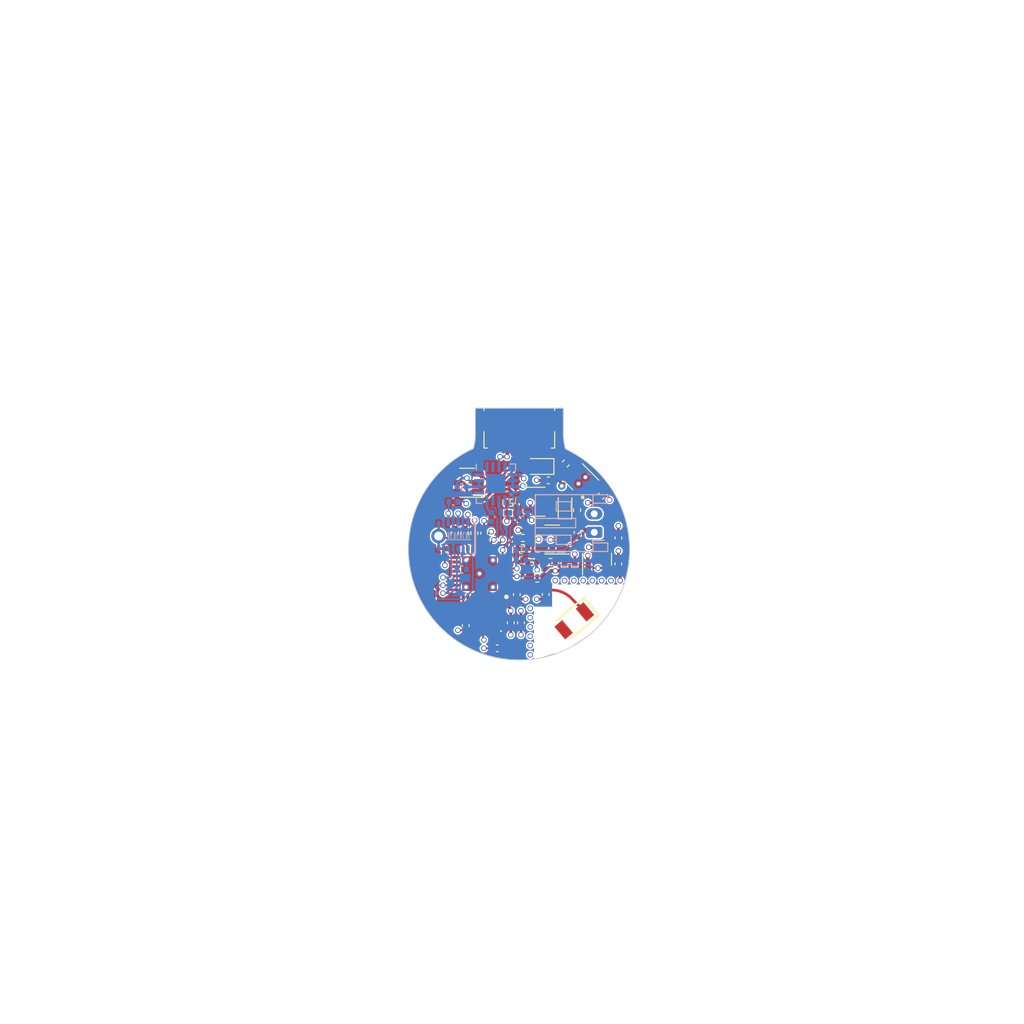
<source format=kicad_pcb>
(kicad_pcb (version 20211014) (generator pcbnew)
  (layers (0 "F.Cu" signal) (1 "In1.Cu" power) (2 "In2.Cu" power) (31 "B.Cu" signal) (34 "B.Paste" user) (35 "F.Paste" user) (36 "B.SilkS" user "B.Silkscreen") (37 "F.SilkS" user "F.Silkscreen") (38 "B.Mask" user) (39 "F.Mask" user) (44 "Edge.Cuts" user))
  (net 0 "")
  (net 1 "+3V3")
  (net 2 "GND")
  (net 3 "I2S_WS")
  (net 4 "Net-(D2-Pad1)")
  (net 5 "USBLC_D+")
  (net 6 "VBUS")
  (net 7 "USBLC_D-")
  (net 8 "TEMP_OUT")
  (net 9 "Net-(ANT1-Pad1)")
  (net 10 "I2S_SCK")
  (net 11 "I2S_SD")
  (net 13 "Net-(IC2-Pad6)")
  (net 14 "Net-(JP1-Pad1)")
  (net 18 "Net-(IC2-Pad14)")
  (net 19 "Net-(IC2-Pad15)")
  (net 25 "+BATT")
  (net 26 "Net-(IC1-Pad4)")
  (net 27 "Net-(R4-Pad2)")
  (net 28 "Net-(R3-Pad2)")
  (net 31 "unconnected-(J2-Pad6)")
  (net 33 "Net-(IC2-Pad7)")
  (net 34 "/USB & Power/D+")
  (net 35 "Net-(C12-Pad1)")
  (net 36 "Net-(C13-Pad1)")
  (net 37 "Net-(C14-Pad1)")
  (net 38 "Net-(C1-Pad1)")
  (net 39 "Net-(C10-Pad1)")
  (net 40 "/USB & Power/D-")
  (net 49 "Net-(C20-Pad1)")
  (net 50 "XOUT")
  (net 51 "YOUT")
  (net 52 "ZOUT")
  (net 53 "BAT_LVL")
  (footprint "Resistor_SMD:R_0402_1005Metric" (layer "F.Cu") (at 144.375 105.8)
    (fp_text reference "R7")
    (fp_text value "10k")
  )
  (footprint "Resistor_SMD:R_0402_1005Metric" (layer "F.Cu") (at 137.03 105.285 -90)
    (fp_text reference "JP1")
    (fp_text value "GPIO9")
  )
  (footprint "Capacitor_SMD:C_0402_1005Metric" (layer "F.Cu") (at 143.075 114.95 -90)
    (fp_text reference "C6")
    (fp_text value "1uF")
  )
  (footprint "Capacitor_SMD:C_0402_1005Metric" (layer "F.Cu") (at 135.955 107.45 90)
    (fp_text reference "C17")
    (fp_text value "0.1uF")
  )
  (footprint "Capacitor_SMD:C_0402_1005Metric" (layer "F.Cu") (at 154.675 105.8 90)
    (fp_text reference "C15")
    (fp_text value "0.1uF")
  )
  (footprint "Package_TO_SOT_SMD:SOT-23-6" (layer "F.Cu") (at 138.3625 99.85 180)
    (fp_text reference "U1")
    (fp_text value "USBLC6-2SC6")
  )
  (footprint "Capacitor_SMD:C_0402_1005Metric" (layer "F.Cu") (at 150.275 105.2 -90)
    (fp_text reference "C3")
    (fp_text value "4.7uF")
  )
  (footprint "Capacitor_SMD:C_0402_1005Metric" (layer "F.Cu") (at 145.375 108.4)
    (fp_text reference "C10")
    (fp_text value "0.1uF")
  )
  (footprint "Inductor_SMD:L_0603_1608Metric" (layer "F.Cu") (at 145.925 110.05 180)
    (fp_text reference "L1")
    (fp_text value "2nH")
  )
  (footprint "Resistor_SMD:R_0402_1005Metric" (layer "F.Cu") (at 139.155 105.29 90)
    (fp_text reference "R9")
    (fp_text value "10k")
  )
  (footprint "Resistor_SMD:R_0402_1005Metric" (layer "F.Cu") (at 138.105 105.29 90)
    (fp_text reference "R8")
    (fp_text value "1k")
  )
  (footprint "Capacitor_SMD:C_0402_1005Metric" (layer "F.Cu") (at 143.725 111.9 -90)
    (fp_text reference "C12")
    (fp_text value "TBD")
  )
  (footprint "2450AD18A:ANTC3216X60N" (layer "F.Cu") (at 149.924067 114.735819 -140)
    (fp_text reference "ANT1")
    (fp_text value "2450AD18A7250" hide)
  )
  (footprint "Package_DFN_QFN:TDFN-6-1EP_2.5x2.5mm_P0.65mm_EP1.3x2mm" (layer "F.Cu") (at 150.725 99.65 135)
    (fp_text reference "IC1")
    (fp_text value "MIC5528-3.3YMT-T5")
  )
  (footprint "Capacitor_SMD:C_0402_1005Metric" (layer "F.Cu") (at 140.205 105.29 90)
    (fp_text reference "C19")
    (fp_text value "0.1uF")
  )
  (footprint "Capacitor_SMD:C_0402_1005Metric" (layer "F.Cu") (at 138.225 115.25 -90)
    (fp_text reference "C14")
    (fp_text value "12pF")
  )
  (footprint "Capacitor_SMD:C_0402_1005Metric" (layer "F.Cu") (at 146.845 111.9 -90)
    (fp_text reference "C11")
    (fp_text value "TBD")
  )
  (footprint "LED_SMD:LED_0603_1608Metric" (layer "F.Cu") (at 148.925 102.25 90)
    (fp_text reference "D2")
    (fp_text value "PWR_LED")
  )
  (footprint "Resistor_SMD:R_0402_1005Metric" (layer "F.Cu") (at 144.375 106.9)
    (fp_text reference "R6")
    (fp_text value "10k")
  )
  (footprint "ESP32-C3FH4:QFN50P500X500X90-33N-D" (layer "F.Cu") (at 139.705 109.65 180)
    (fp_text reference "IC2")
    (fp_text value "ESP32-C3FH4" hide)
  )
  (footprint "Inductor_SMD:L_0402_1005Metric" (layer "F.Cu") (at 145.295 111.45 180)
    (fp_text reference "L2")
    (fp_text value "TBD")
  )
  (footprint "Connector_USB:USB_Micro-B_Molex_47346-0001" (layer "F.Cu") (at 144 94.4 180)
    (fp_text reference "J2")
    (fp_text value "USB_B_Micro")
  )
  (footprint "Capacitor_SMD:C_0402_1005Metric" (layer "F.Cu") (at 149.975 108.85 90)
    (fp_text reference "C8")
    (fp_text value "10uF")
  )
  (footprint "Resistor_SMD:R_0402_1005Metric" (layer "F.Cu") (at 147.3625 108.4)
    (fp_text reference "R3")
    (fp_text value "10k")
  )
  (footprint "Resistor_SMD:R_0402_1005Metric" (layer "F.Cu") (at 149 97.775 45)
    (fp_text reference "R1")
    (fp_text value "10k")
  )
  (footprint "Capacitor_SMD:C_0402_1005Metric" (layer "F.Cu") (at 144.175 114.95 -90)
    (fp_text reference "C7")
    (fp_text value "10nF")
  )
  (footprint "Diode_SMD:D_SOD-323" (layer "F.Cu") (at 146.225 98.1 180)
    (fp_text reference "D1")
    (fp_text value "NSR0530HT1G")
  )
  (footprint "Package_TO_SOT_SMD:SOT-23" (layer "F.Cu") (at 152.375 108.1 90)
    (fp_text reference "U3")
    (fp_text value "MCP9700AT-ETT")
  )
  (footprint "Resistor_SMD:R_0402_1005Metric" (layer "F.Cu") (at 143.125 102 180)
    (fp_text reference "R2")
    (fp_text value "100k")
  )
  (footprint "Capacitor_SMD:C_0402_1005Metric" (layer "F.Cu") (at 148.875 108.85 90)
    (fp_text reference "C9")
    (fp_text value "0.1uF")
  )
  (footprint "Capacitor_SMD:C_0402_1005Metric" (layer "F.Cu") (at 143.125 103.1 180)
    (fp_text reference "C4")
    (fp_text value "4.7uF")
  )
  (footprint "ECS-400-10-37B:ECS4001037B2CKMTR" (layer "F.Cu") (at 140.625 115.1 90)
    (fp_text reference "Y1")
    (fp_text value "40 Mhz Crystal" hide)
  )
  (footprint "Capacitor_SMD:C_0402_1005Metric" (layer "F.Cu") (at 141.625 117.7 180)
    (fp_text reference "C13")
    (fp_text value "12pF")
  )
  (footprint "Package_TO_SOT_SMD:SOT-23" (layer "F.Cu") (at 146.125 101.9)
    (fp_text reference "Q1")
    (fp_text value "FDN340P")
  )
  (footprint "Capacitor_SMD:C_0402_1005Metric" (layer "F.Cu") (at 154.675 108.6 -90)
    (fp_text reference "C16")
    (fp_text value "0.1uF")
  )
  (footprint "Package_TO_SOT_SMD:SOT-23-5" (layer "F.Cu") (at 147.5475 105.975 180)
    (fp_text reference "U2")
    (fp_text value "MCP73831-2-OT")
  )
  (footprint "Capacitor_SMD:C_0402_1005Metric" (layer "F.Cu") (at 152.785589 101.289411 45)
    (fp_text reference "C2")
    (fp_text value "2.2uF")
  )
  (footprint "Capacitor_SMD:C_0402_1005Metric" (layer "F.Cu") (at 147.125 99.6 180)
    (fp_text reference "C1")
    (fp_text value "2.2uF")
  )
  (footprint "Resistor_SMD:R_0402_1005Metric" (layer "F.Cu") (at 150.225 102.8 -90)
    (fp_text reference "R4")
    (fp_text value "2k")
  )
  (footprint "Capacitor_SMD:C_0402_1005Metric" (layer "B.Cu") (at 144.375 103.1)
    (fp_text reference "C23")
    (fp_text value "0.1uF")
  )
  (footprint "Capacitor_SMD:C_0402_1005Metric" (layer "B.Cu") (at 137.775 100.3 180)
    (fp_text reference "C20")
    (fp_text value "0.1uF")
  )
  (footprint "Resistor_SMD:R_0402_1005Metric" (layer "B.Cu") (at 144.175 107.1)
    (fp_text reference "R10")
    (fp_text value "1M")
  )
  (footprint "Resistor_SMD:R_0402_1005Metric" (layer "B.Cu") (at 137.775 109.2)
    (fp_text reference "R5")
    (fp_text value "100k")
  )
  (footprint "INMP441:INMP441ACEZ" (layer "B.Cu") (at 136.875 105.6)
    (fp_text reference "MK1")
    (fp_text value "INMP441ACEZ" hide)
  )
  (footprint "Capacitor_SMD:C_0402_1005Metric" (layer "B.Cu") (at 136.875 101.9)
    (fp_text reference "C5")
    (fp_text value "0.1uF")
  )
  (footprint "Package_CSP:LFCSP-16-1EP_4x4mm_P0.65mm_EP2.1x2.1mm" (layer "B.Cu") (at 141.475 99.9525 -90)
    (fp_text reference "IC3")
    (fp_text value "ADXL335BCPZ-RL")
  )
  (footprint "Resistor_SMD:R_0402_1005Metric" (layer "B.Cu") (at 144.175 108.2 180)
    (fp_text reference "R11")
    (fp_text value "1M")
  )
  (footprint "Connector_JST:JST_PH_S2B-PH-K_1x02_P2.00mm_Horizontal" (layer "B.Cu") (at 152.075 105.2 90)
    (fp_text reference "J1")
    (fp_text value "LiPo Battery")
  )
  (footprint "Capacitor_SMD:C_0402_1005Metric" (layer "B.Cu") (at 142.475 103.1)
    (fp_text reference "C22")
    (fp_text value "0.1uF")
  )
  (footprint "Capacitor_SMD:C_0402_1005Metric" (layer "B.Cu") (at 140.975 103.55 -90)
    (fp_text reference "C21")
    (fp_text value "0.1uF")
  )
  (gr_circle (center 140.05 101.3) (end 140.05 101.35) (layer "F.SilkS") (width 0.15) (fill none))
  (gr_circle (center 150.825 101.425) (end 150.825 101.475) (layer "F.SilkS") (width 0.15) (fill none))
  (gr_line (start 139.25 91.8) (end 148.75 91.8) (layer "Edge.Cuts") (width 0.1))
  (gr_line (start 148.75 94.5) (end 148.75 91.8) (layer "Edge.Cuts") (width 0.1))
  (gr_arc (start 148.985 96.21) (mid 143.907527 118.96486) (end 139.035 96.165236) (layer "Edge.Cuts") (width 0.1))
  (gr_arc (start 148.985 96.21) (mid 148.802169 95.363978) (end 148.75 94.5) (layer "Edge.Cuts") (width 0.1))
  (gr_line (start 139.25 94.5) (end 139.25 91.8) (layer "Edge.Cuts") (width 0.1))
  (gr_arc (start 139.25 94.5) (mid 139.202692 95.340389) (end 139.035 96.165236) (layer "Edge.Cuts") (width 0.1))
  (gr_text "JLCJLCJLCJLC" (at 137.5 105.65) (layer "B.SilkS") (effects (font (size 0.85 0.25) (thickness 0.0625))))
  (segment (start 140.85 105.125) (end 140.205 105.77) (width 0.2) (layer "F.Cu") (net 1))
  (segment (start 144.885 105.66) (end 144.175 104.95) (width 0.3) (layer "F.Cu") (net 1))
  (segment (start 152.075 101.257644) (end 152.446178 101.628822) (width 0.3) (layer "F.Cu") (net 1))
  (segment (start 146.075 105.95) (end 145.575 105.95) (width 0.3) (layer "F.Cu") (net 1))
  (segment (start 143.075 113.65) (end 143.075 114.47) (width 0.3) (layer "F.Cu") (net 1))
  (segment (start 140.455 107.15) (end 140.455 106.58) (width 0.2) (layer "F.Cu") (net 1))
  (segment (start 141.455 112.15) (end 141.775 112.15) (width 0.3) (layer "F.Cu") (net 1))
  (segment (start 144.885 105.8) (end 144.885 106.9) (width 0.4) (layer "F.Cu") (net 1))
  (segment (start 135.955 107.93) (end 137.175 107.93) (width 0.2) (layer "F.Cu") (net 1))
  (segment (start 154.675 107.2) (end 154.675 108.12) (width 0.3) (layer "F.Cu") (net 1))
  (segment (start 140.955 112.15) (end 141.455 112.15) (width 0.3) (layer "F.Cu") (net 1))
  (segment (start 152.075 101) (end 152.075 101.257644) (width 0.3) (layer "F.Cu") (net 1))
  (segment (start 144.885 105.8) (end 144.885 105.66) (width 0.3) (layer "F.Cu") (net 1))
  (segment (start 141.775 112.15) (end 143.075 113.45) (width 0.3) (layer "F.Cu") (net 1))
  (segment (start 144.175 113.65) (end 144.175 114.47) (width 0.3) (layer "F.Cu") (net 1))
  (segment (start 151.608883 100.533883) (end 152.075 101) (width 0.3) (layer "F.Cu") (net 1))
  (segment (start 137.175 107.93) (end 137.205 107.9) (width 0.2) (layer "F.Cu") (net 1))
  (segment (start 147.875 109.35) (end 148.855 109.35) (width 0.4) (layer "F.Cu") (net 1))
  (segment (start 143.075 113.45) (end 143.075 113.65) (width 0.3) (layer "F.Cu") (net 1))
  (segment (start 147.875 109.35) (end 147.4125 109.35) (width 0.4) (layer "F.Cu") (net 1))
  (segment (start 145.575 105.95) (end 145.425 105.8) (width 0.3) (layer "F.Cu") (net 1))
  (segment (start 135.975 107.95) (end 135.955 107.93) (width 0.2) (layer "F.Cu") (net 1))
  (segment (start 151.149264 100.993502) (end 151.608883 100.533883) (width 0.3) (layer "F.Cu") (net 1))
  (segment (start 140.975 105.125) (end 140.85 105.125) (width 0.2) (layer "F.Cu") (net 1))
  (segment (start 151.375 107.7) (end 151.375 108.9875) (width 0.4) (layer "F.Cu") (net 1))
  (segment (start 151.149264 100.993503) (end 151.149264 100.993502) (width 0.3) (layer "F.Cu") (net 1))
  (segment (start 140.205 106.33) (end 140.205 105.77) (width 0.2) (layer "F.Cu") (net 1))
  (segment (start 148.855 109.35) (end 148.875 109.33) (width 0.4) (layer "F.Cu") (net 1))
  (segment (start 139.175 103.9) (end 139.175 104.76) (width 0.2) (layer "F.Cu") (net 1))
  (segment (start 145.425 105.8) (end 144.885 105.8) (width 0.3) (layer "F.Cu") (net 1))
  (segment (start 152.075 102) (end 152.446178 101.628822) (width 0.3) (layer "F.Cu") (net 1))
  (segment (start 135.975 108.75) (end 135.975 107.95) (width 0.2) (layer "F.Cu") (net 1))
  (segment (start 151.375 102) (end 152.075 102) (width 0.3) (layer "F.Cu") (net 1))
  (segment (start 143.075 114.47) (end 144.175 114.47) (width 0.3) (layer "F.Cu") (net 1))
  (segment (start 148.875 109.33) (end 149.975 109.33) (width 0.3) (layer "F.Cu") (net 1))
  (segment (start 139.175 104.76) (end 139.155 104.78) (width 0.2) (layer "F.Cu") (net 1))
  (segment (start 144.175 104.95) (end 143.875 104.95) (width 0.3) (layer "F.Cu") (net 1))
  (segment (start 147.4125 109.35) (end 146.7125 110.05) (width 0.4) (layer "F.Cu") (net 1))
  (segment (start 140.455 106.58) (end 140.205 106.33) (width 0.2) (layer "F.Cu") (net 1))
  (segment (start 151.375 108.9875) (end 151.425 109.0375) (width 0.4) (layer "F.Cu") (net 1))
  (via (at 147.875 109.35) (size 0.6) (drill 0.4) (layers "F.Cu" "B.Cu") (net 1))
  (via (at 151.375 102) (size 0.6) (drill 0.4) (layers "F.Cu" "B.Cu") (net 1))
  (via (at 154.675 107.2) (size 0.6) (drill 0.4) (layers "F.Cu" "B.Cu") (net 1))
  (via (at 146.075 105.95) (size 0.6) (drill 0.4) (layers "F.Cu" "B.Cu") (net 1))
  (via (at 143.875 104.95) (size 0.6) (drill 0.4) (layers "F.Cu" "B.Cu") (net 1))
  (via (at 135.975 108.75) (size 0.6) (drill 0.4) (layers "F.Cu" "B.Cu") (net 1))
  (via (at 144.175 113.65) (size 0.6) (drill 0.4) (layers "F.Cu" "B.Cu") (net 1))
  (via (at 143.075 113.65) (size 0.6) (drill 0.4) (layers "F.Cu" "B.Cu") (net 1))
  (via (at 137.4 103.15) (size 0.6) (drill 0.4) (layers "F.Cu" "B.Cu") (net 1))
  (via (at 139.175 103.9) (size 0.6) (drill 0.4) (layers "F.Cu" "B.Cu") (net 1))
  (via (at 136.35 103.15) (size 0.6) (drill 0.4) (layers "F.Cu" "B.Cu") (net 1))
  (via (at 140.975 105.125) (size 0.6) (drill 0.4) (layers "F.Cu" "B.Cu") (net 1))
  (via (at 151.375 107.7) (size 0.6) (drill 0.4) (layers "F.Cu" "B.Cu") (net 1))
  (segment (start 136.395 101.9) (end 136.395 103.105) (width 0.2) (layer "B.Cu") (net 1))
  (segment (start 136.395 103.105) (end 136.35 103.15) (width 0.2) (layer "B.Cu") (net 1))
  (segment (start 136.35 104.27) (end 136.35 103.15) (width 0.3) (layer "B.Cu") (net 1))
  (segment (start 137.4 103.15) (end 137.4 104.27) (width 0.3) (layer "B.Cu") (net 1))
  (segment (start 148.66 106) (end 148.685 105.975) (width 0.4) (layer "F.Cu") (net 2))
  (segment (start 137.375 115.75) (end 138.205 115.75) (width 0.2) (layer "F.Cu") (net 2))
  (segment (start 140.1 115.775) (end 140.1 116.725) (width 0.2) (layer "F.Cu") (net 2))
  (segment (start 145.875 99.6) (end 145.85 99.575) (width 0.3) (layer "F.Cu") (net 2))
  (segment (start 144.655 112.38) (end 144.675 112.4) (width 0.3) (layer "F.Cu") (net 2))
  (segment (start 154.675 109.7) (end 154.875 109.9) (width 0.3) (layer "F.Cu") (net 2))
  (segment (start 142.645 103.995) (end 142.65 104) (width 0.3) (layer "F.Cu") (net 2))
  (segment (start 142.615 102) (end 142.615 103.07) (width 0.3) (layer "F.Cu") (net 2))
  (segment (start 138.255 115.7) (end 138.225 115.73) (width 0.2) (layer "F.Cu") (net 2))
  (segment (start 151.475 106.8) (end 152.0125 106.8) (width 0.4) (layer "F.Cu") (net 2))
  (segment (start 135.29 106.715) (end 135.29 105.6) (width 0.2) (layer "F.Cu") (net 2))
  (segment (start 140.1 115.775) (end 140.1 115.625) (width 0.2) (layer "F.Cu") (net 2))
  (segment (start 150.275 105.68) (end 149.995 105.68) (width 0.4) (layer "F.Cu") (net 2))
  (segment (start 135.955 106.97) (end 135.545 106.97) (width 0.2) (layer "F.Cu") (net 2))
  (segment (start 140.205 104.81) (end 140.205 103.955) (width 0.2) (layer "F.Cu") (net 2))
  (segment (start 154.875 109.9) (end 154.875 110.4) (width 0.3) (layer "F.Cu") (net 2))
  (segment (start 140.1 115.625) (end 141.15 114.575) (width 0.2) (layer "F.Cu") (net 2))
  (segment (start 151.644239 99.65) (end 150.725 99.65) (width 0.3) (layer "F.Cu") (net 2))
  (segment (start 153.725 101.55) (end 153.125 100.95) (width 0.3) (layer "F.Cu") (net 2))
  (segment (start 148.875 108.37) (end 149.975 108.37) (width 0.3) (layer "F.Cu") (net 2))
  (segment (start 149.675 106) (end 148.71 106) (width 0.4) (layer "F.Cu") (net 2))
  (segment (start 152.0125 106.8) (end 152.375 107.1625) (width 0.4) (layer "F.Cu") (net 2))
  (segment (start 149.995 105.68) (end 149.675 106) (width 0.4) (layer "F.Cu") (net 2))
  (segment (start 138.85 99.85) (end 138.35 99.35) (width 0.2) (layer "F.Cu") (net 2))
  (segment (start 142.7 97.025) (end 142.675 97.05) (width 0.4) (layer "F.Cu") (net 2))
  (segment (start 152.575 100.6) (end 152.068503 100.093503) (width 0.3) (layer "F.Cu") (net 2))
  (segment (start 135.485 105.795) (end 135.29 105.6) (width 0.2) (layer "F.Cu") (net 2))
  (segment (start 145.875 112.4) (end 146.825 112.4) (width 0.3) (layer "F.Cu") (net 2))
  (segment (start 142.7 95.86) (end 142.7 97.025) (width 0.4) (layer "F.Cu") (net 2))
  (segment (start 153.125 100.95) (end 152.775 100.6) (width 0.3) (layer "F.Cu") (net 2))
  (segment (start 144.175 116.25) (end 144.175 115.43) (width 0.3) (layer "F.Cu") (net 2))
  (segment (start 149.975 107.55) (end 149.975 108.37) (width 0.3) (layer "F.Cu") (net 2))
  (segment (start 146.645 99.6) (end 145.875 99.6) (width 0.3) (layer "F.Cu") (net 2))
  (segment (start 141.15 114.575) (end 141.15 114.425) (width 0.2) (layer "F.Cu") (net 2))
  (segment (start 145.855 109.18) (end 145.925 109.25) (width 0.3) (layer "F.Cu") (net 2))
  (segment (start 135.545 106.97) (end 135.29 106.715) (width 0.2) (layer "F.Cu") (net 2))
  (segment (start 153.725 101.7) (end 153.725 101.55) (width 0.3) (layer "F.Cu") (net 2))
  (segment (start 152.068503 100.093503) (end 152.068503 100.074264) (width 0.3) (layer "F.Cu") (net 2))
  (segment (start 145.855 108.4) (end 145.855 109.18) (width 0.3) (layer "F.Cu") (net 2))
  (segment (start 143.075 116.25) (end 143.075 115.43) (width 0.3) (layer "F.Cu") (net 2))
  (segment (start 139.075 115.7) (end 138.255 115.7) (width 0.2) (layer "F.Cu") (net 2))
  (segment (start 154.675 109.08) (end 154.675 109.7) (width 0.3) (layer "F.Cu") (net 2))
  (segment (start 139.5 99.85) (end 138.85 99.85) (width 0.2) (layer "F.Cu") (net 2))
  (segment (start 140.1 115.775) (end 139.15 115.775) (width 0.2) (layer "F.Cu") (net 2))
  (segment (start 148.71 106) (end 148.685 105.975) (width 0.4) (layer "F.Cu") (net 2))
  (segment (start 142.645 103.1) (end 142.645 103.995) (width 0.3) (layer "F.Cu") (net 2))
  (segment (start 138.205 115.75) (end 138.225 115.73) (width 0.2) (layer "F.Cu") (net 2))
  (segment (start 152.775 100.6) (end 152.575 100.6) (width 0.3) (layer "F.Cu") (net 2))
  (segment (start 140.175 117.7) (end 141.145 117.7) (width 0.2) (layer "F.Cu") (net 2))
  (segment (start 139.15 115.775) (end 139.075 115.7) (width 0.2) (layer "F.Cu") (net 2))
  (segment (start 142.615 103.07) (end 142.645 103.1) (width 0.3) (layer "F.Cu") (net 2))
  (segment (start 137.03 105.795) (end 135.485 105.795) (width 0.2) (layer "F.Cu") (net 2))
  (segment (start 152.068503 100.074264) (end 151.644239 99.65) (width 0.3) (layer "F.Cu") (net 2))
  (segment (start 143.725 112.38) (end 144.655 112.38) (width 0.3) (layer "F.Cu") (net 2))
  (segment (start 146.825 112.4) (end 146.845 112.38) (width 0.3) (layer "F.Cu") (net 2))
  (segment (start 147.375 106) (end 148.66 106) (width 0.4) (layer "F.Cu") (net 2))
  (segment (start 140.1 116.725) (end 140.175 116.8) (width 0.2) (layer "F.Cu") (net 2))
  (segment (start 145.855 108.4) (end 146.8525 108.4) (width 0.3) (layer "F.Cu") (net 2))
  (segment (start 154.675 104.5) (end 154.675 105.32) (width 0.3) (layer "F.Cu") (net 2))
  (segment (start 140.205 103.955) (end 140.2 103.95) (width 0.2) (layer "F.Cu") (net 2))
  (via (at 151.125 99.25) (size 0.6) (drill 0.4) (layers "F.Cu" "B.Cu") (net 2))
  (via (at 141.925 97.05) (size 0.6) (drill 0.4) (layers "F.Cu" "B.Cu") (net 2))
  (via (at 145.175 116.4) (size 0.6) (drill 0.4) (layers "F.Cu" "B.Cu") (net 2))
  (via (at 149.875 110.4) (size 0.6) (drill 0.4) (layers "F.Cu" "B.Cu") (net 2))
  (via (at 138.275 102.1) (size 0.6) (drill 0.4) (layers "F.Cu" "B.Cu") (net 2))
  (via (at 150.875 110.4) (size 0.6) (drill 0.4) (layers "F.Cu" "B.Cu") (net 2))
  (via (at 138.255 108.2) (size 0.8) (drill 0.4) (layers "F.Cu" "B.Cu") (net 2))
  (via (at 143.075 116.25) (size 0.6) (drill 0.4) (layers "F.Cu" "B.Cu") (net 2))
  (via (at 145.175 118.4) (size 0.6) (drill 0.4) (layers "F.Cu" "B.Cu") (net 2))
  (via (at 138.45 103.275) (size 0.6) (drill 0.4) (layers "F.Cu" "B.Cu") (net 2))
  (via (at 140.175 116.8) (size 0.6) (drill 0.4) (layers "F.Cu" "B.Cu") (net 2))
  (via (at 150.375 99.95) (size 0.6) (drill 0.4) (layers "F.Cu" "B.Cu") (net 2))
  (via (at 148.875 110.4) (size 0.6) (drill 0.4) (layers "F.Cu" "B.Cu") (net 2))
  (via (at 145.325 103.875) (size 0.6) (drill 0.4) (layers "F.Cu" "B.Cu") (net 2))
  (via (at 153.725 101.7) (size 0.6) (drill 0.4) (layers "F.Cu" "B.Cu") (net 2))
  (via (at 154.675 104.5) (size 0.6) (drill 0.4) (layers "F.Cu" "B.Cu") (net 2))
  (via (at 145.875 112.4) (size 0.6) (drill 0.4) (layers "F.Cu" "B.Cu") (net 2))
  (via (at 144.675 112.4) (size 0.6) (drill 0.4) (layers "F.Cu" "B.Cu") (net 2))
  (via (at 147.875 110.4) (size 0.6) (drill 0.4) (layers "F.Cu" "B.Cu") (net 2))
  (via (at 140.2 103.95) (size 0.6) (drill 0.4) (layers "F.Cu" "B.Cu") (net 2))
  (via (at 145.175 115.4) (size 0.6) (drill 0.4) (layers "F.Cu" "B.Cu") (net 2))
  (via (at 144.375 100.2) (size 0.6) (drill 0.4) (layers "F.Cu" "B.Cu") (net 2))
  (via (at 151.875 110.4) (size 0.6) (drill 0.4) (layers "F.Cu" "B.Cu") (net 2))
  (via (at 151.475 106.8) (size 0.6) (drill 0.4) (layers "F.Cu" "B.Cu") (net 2))
  (via (at 141.155 111.1) (size 0.8) (drill 0.4) (layers "F.Cu" "B.Cu") (net 2))
  (via (at 138.35 99.35) (size 0.6) (drill 0.4) (layers "F.Cu" "B.Cu") (net 2))
  (via (at 144.475 99.4) (size 0.6) (drill 0.4) (layers "F.Cu" "B.Cu") (net 2))
  (via (at 152.875 110.4) (size 0.6) (drill 0.4) (layers "F.Cu" "B.Cu") (net 2))
  (via (at 145.85 99.575) (size 0.6) (drill 0.4) (layers "F.Cu" "B.Cu") (net 2))
  (via (at 137.375 115.75) (size 0.6) (drill 0.4) (layers "F.Cu" "B.Cu") (net 2))
  (via (at 142.675 97.05) (size 0.6) (drill 0.4) (layers "F.Cu" "B.Cu") (net 2))
  (via (at 149.975 107.55) (size 0.6) (drill 0.4) (layers "F.Cu" "B.Cu") (net 2))
  (via (at 145.175 114.4) (size 0.6) (drill 0.4) (layers "F.Cu" "B.Cu") (net 2))
  (via (at 138.255 111.1) (size 0.8) (drill 0.4) (layers "F.Cu" "B.Cu") (net 2))
  (via (at 145.175 117.4) (size 0.6) (drill 0.4) (layers "F.Cu" "B.Cu") (net 2))
  (via (at 141.155 108.2) (size 0.8) (drill 0.4) (layers "F.Cu" "B.Cu") (net 2))
  (via (at 147.375 106) (size 0.6) (drill 0.4) (layers "F.Cu" "B.Cu") (net 2))
  (via (at 153.875 110.4) (size 0.6) (drill 0.4) (layers "F.Cu" "B.Cu") (net 2))
  (via (at 139.705 109.65) (size 0.8) (drill 0.4) (layers "F.Cu" "B.Cu") (net 2))
  (via (at 154.875 110.4) (size 0.6) (drill 0.4) (layers "F.Cu" "B.Cu") (net 2))
  (via (at 145.175 113.4) (size 0.6) (drill 0.4) (layers "F.Cu" "B.Cu") (net 2))
  (via (at 142.65 104) (size 0.6) (drill 0.4) (layers "F.Cu" "B.Cu") (net 2))
  (via (at 144.175 116.25) (size 0.6) (drill 0.4) (layers "F.Cu" "B.Cu") (net 2))
  (via (at 140.175 117.7) (size 0.6) (drill 0.4) (layers "F.Cu" "B.Cu") (net 2))
  (via (at 145.925 109.25) (size 0.6) (drill 0.4) (layers "F.Cu" "B.Cu") (net 2))
  (segment (start 143.2775 98.9775) (end 143.2775 99.6275) (width 0.3) (layer "B.Cu") (net 2))
  (segment (start 144.855 103.405) (end 145.325 103.875) (width 0.3) (layer "B.Cu") (net 2))
  (segment (start 142.955 103.695) (end 142.65 104) (width 0.3) (layer "B.Cu") (net 2))
  (segment (start 137.355 101.9) (end 138.075 101.9) (width 0.2) (layer "B.Cu") (net 2))
  (segment (start 138.285 108.23) (end 138.255 108.2) (width 0.2) (layer "B.Cu") (net 2))
  (segment (start 144.685 108.2) (end 145.475 108.2) (width 0.2) (layer "B.Cu") (net 2))
  (segment (start 141.925 97.05) (end 142.675 97.05) (width 0.3) (layer "B.Cu") (net 2))
  (segment (start 135.3 104.27) (end 135.3 105.59) (width 0.3) (layer "B.Cu") (net 2))
  (segment (start 143.2775 99.6275) (end 143.2775 100.2775) (width 0.3) (layer "B.Cu") (net 2))
  (segment (start 144.0525 98.9775) (end 144.475 99.4) (width 0.3) (layer "B.Cu") (net 2))
  (segment (start 141.8 98.15) (end 141.8 97.175) (width 0.3) (layer "B.Cu") (net 2))
  (segment (start 140.975 104.03) (end 140.28 104.03) (width 0.3) (layer "B.Cu") (net 2))
  (segment (start 138.285 109.2) (end 138.285 108.23) (width 0.2) (layer "B.Cu") (net 2))
  (segment (start 144.2975 100.2775) (end 144.375 100.2) (width 0.3) (layer "B.Cu") (net 2))
  (segment (start 138.45 103.275) (end 138.45 104.27) (width 0.3) (layer "B.Cu") (net 2))
  (segment (start 142.955 103.1) (end 142.955 103.695) (width 0.3) (layer "B.Cu") (net 2))
  (segment (start 138.35 99.35) (end 137.825 99.35) (width 0.3) (layer "B.Cu") (net 2))
  (segment (start 143.2775 100.2775) (end 144.2975 100.2775) (width 0.3) (layer "B.Cu") (net 2))
  (segment (start 145.925 108.65) (end 145.925 109.25) (width 0.2) (layer "B.Cu") (net 2))
  (segment (start 135.3 105.59) (end 135.29 105.6) (width 0.3) (layer "B.Cu") (net 2))
  (segment (start 137.825 99.35) (end 137.295 99.88) (width 0.3) (layer "B.Cu") (net 2))
  (segment (start 135.3 106.93) (end 135.3 105.61) (width 0.3) (layer "B.Cu") (net 2))
  (segment (start 144.855 103.1) (end 144.855 103.405) (width 0.3) (layer "B.Cu") (net 2))
  (segment (start 138.075 101.9) (end 138.275 102.1) (width 0.2) (layer "B.Cu") (net 2))
  (segment (start 137.295 99.88) (end 137.295 100.3) (width 0.3) (layer "B.Cu") (net 2))
  (segment (start 141.8 97.175) (end 141.925 97.05) (width 0.3) (layer "B.Cu") (net 2))
  (segment (start 145.475 108.2) (end 145.925 108.65) (width 0.2) (layer "B.Cu") (net 2))
  (segment (start 140.28 104.03) (end 140.2 103.95) (width 0.3) (layer "B.Cu") (net 2))
  (segment (start 143.2775 98.9775) (end 144.0525 98.9775) (width 0.3) (layer "B.Cu") (net 2))
  (segment (start 136.125 110.05) (end 135.775 110.05) (width 0.2) (layer "F.Cu") (net 3))
  (segment (start 137.205 110.4) (end 136.475 110.4) (width 0.2) (layer "F.Cu") (net 3))
  (segment (start 136.475 110.4) (end 136.125 110.05) (width 0.2) (layer "F.Cu") (net 3))
  (via (at 135.775 110.05) (size 0.6) (drill 0.4) (layers "F.Cu" "B.Cu") (net 3))
  (segment (start 136.675 109.825) (end 136.45 110.05) (width 0.2) (layer "B.Cu") (net 3))
  (segment (start 136.35 107.275) (end 136.675 107.6) (width 0.2) (layer "B.Cu") (net 3))
  (segment (start 136.675 107.6) (end 136.675 109.825) (width 0.2) (layer "B.Cu") (net 3))
  (segment (start 136.45 110.05) (end 135.775 110.05) (width 0.2) (layer "B.Cu") (net 3))
  (segment (start 136.35 106.93) (end 136.35 107.275) (width 0.2) (layer "B.Cu") (net 3))
  (segment (start 150.225 102.29) (end 149.6725 102.29) (width 0.3) (layer "F.Cu") (net 4))
  (segment (start 149.6725 102.29) (end 148.925 103.0375) (width 0.3) (layer "F.Cu") (net 4))
  (segment (start 136.84452 99.28048) (end 136.53873 99.28048) (width 0.2) (layer "F.Cu") (net 5))
  (segment (start 136.53873 99.28048) (end 136.29298 99.52623) (width 0.2) (layer "F.Cu") (net 5))
  (segment (start 133.5 110.8432) (end 134.4 111.7432) (width 0.2) (layer "F.Cu") (net 5))
  (segment (start 135.3318 113.875) (end 137.7182 113.875) (width 0.2) (layer "F.Cu") (net 5))
  (segment (start 138.43 112.775001) (end 138.455 112.750001) (width 0.2) (layer "F.Cu") (net 5))
  (segment (start 134.4 111.7432) (end 134.4 112.9432) (width 0.2) (layer "F.Cu") (net 5))
  (segment (start 133.5 102.625) (end 133.5 110.8432) (width 0.2) (layer "F.Cu") (net 5))
  (segment (start 136.29298 99.52623) (end 136.29298 99.83202) (width 0.2) (layer "F.Cu") (net 5))
  (segment (start 134.4 112.9432) (end 135.3318 113.875) (width 0.2) (layer "F.Cu") (net 5))
  (segment (start 137.7182 113.875) (end 138.43 113.1632) (width 0.2) (layer "F.Cu") (net 5))
  (segment (start 138.43 113.1632) (end 138.43 112.775001) (width 0.2) (layer "F.Cu") (net 5))
  (segment (start 136.29298 99.83202) (end 133.5 102.625) (width 0.2) (layer "F.Cu") (net 5))
  (segment (start 137.225 98.9) (end 136.84452 99.28048) (width 0.2) (layer "F.Cu") (net 5))
  (segment (start 138.455 112.750001) (end 138.455 112.15) (width 0.2) (layer "F.Cu") (net 5))
  (segment (start 142.895 100.55) (end 143.635 101.29) (width 0.3) (layer "F.Cu") (net 6))
  (segment (start 147.725 100.95) (end 148.2375 101.4625) (width 0.3) (layer "F.Cu") (net 6))
  (segment (start 138.35 101.2) (end 138.825 101.675) (width 0.3) (layer "F.Cu") (net 6))
  (segment (start 138.35 100.225) (end 138.35 101.2) (width 0.3) (layer "F.Cu") (net 6))
  (segment (start 143.635 101.29) (end 143.635 102) (width 0.4) (layer "F.Cu") (net 6))
  (segment (start 143.635 103.07) (end 143.605 103.1) (width 0.4) (layer "F.Cu") (net 6))
  (segment (start 137.975 99.85) (end 138.35 100.225) (width 0.3) (layer "F.Cu") (net 6))
  (segment (start 145.175 98.1) (end 145.175 100.9375) (width 0.3) (layer "F.Cu") (net 6))
  (segment (start 145.175 100.9375) (end 145.1875 100.95) (width 0.3) (layer "F.Cu") (net 6))
  (segment (start 145.3 97.275) (end 145.3 95.86) (width 0.3) (layer "F.Cu") (net 6))
  (segment (start 143.635 102) (end 143.635 103.07) (width 0.4) (layer "F.Cu") (net 6))
  (segment (start 140.2 101.675) (end 141.325 100.55) (width 0.3) (layer "F.Cu") (net 6))
  (segment (start 137.225 99.85) (end 137.975 99.85) (width 0.3) (layer "F.Cu") (net 6))
  (segment (start 145.1 105.025) (end 146.41 105.025) (width 0.4) (layer "F.Cu") (net 6))
  (segment (start 148.2375 101.4625) (end 148.925 101.4625) (width 0.3) (layer "F.Cu") (net 6))
  (segment (start 141.325 100.55) (end 142.895 100.55) (width 0.3) (layer "F.Cu") (net 6))
  (segment (start 145.175 98.1) (end 145.175 97.4) (width 0.3) (layer "F.Cu") (net 6))
  (segment (start 143.975 100.95) (end 143.635 101.29) (width 0.4) (layer "F.Cu") (net 6))
  (segment (start 145.175 97.4) (end 145.3 97.275) (width 0.3) (layer "F.Cu") (net 6))
  (segment (start 145.1875 100.95) (end 147.725 100.95) (width 0.3) (layer "F.Cu") (net 6))
  (segment (start 143.605 103.1) (end 143.605 103.53) (width 0.4) (layer "F.Cu") (net 6))
  (segment (start 143.605 103.53) (end 145.1 105.025) (width 0.4) (layer "F.Cu") (net 6))
  (segment (start 138.825 101.675) (end 140.2 101.675) (width 0.3) (layer "F.Cu") (net 6))
  (segment (start 145.1875 100.95) (end 143.975 100.95) (width 0.4) (layer "F.Cu") (net 6))
  (segment (start 133.95 110.6568) (end 134.85 111.5568) (width 0.2) (layer "F.Cu") (net 7))
  (segment (start 137.225 100.8) (end 135.961397 100.8) (width 0.2) (layer "F.Cu") (net 7))
  (segment (start 137.5318 113.425) (end 137.98 112.9768) (width 0.2) (layer "F.Cu") (net 7))
  (segment (start 137.98 112.775001) (end 137.955 112.750001) (width 0.2) (layer "F.Cu") (net 7))
  (segment (start 133.95 102.811397) (end 133.95 110.6568) (width 0.2) (layer "F.Cu") (net 7))
  (segment (start 137.98 112.9768) (end 137.98 112.775001) (width 0.2) (layer "F.Cu") (net 7))
  (segment (start 135.961397 100.8) (end 133.95 102.811397) (width 0.2) (layer "F.Cu") (net 7))
  (segment (start 134.85 112.7568) (end 135.5182 113.425) (width 0.2) (layer "F.Cu") (net 7))
  (segment (start 134.85 111.5568) (end 134.85 112.7568) (width 0.2) (layer "F.Cu") (net 7))
  (segment (start 135.5182 113.425) (end 137.5318 113.425) (width 0.2) (layer "F.Cu") (net 7))
  (segment (start 137.955 112.750001) (end 137.955 112.15) (width 0.2) (layer "F.Cu") (net 7))
  (segment (start 153.325 106.85) (end 153.325 109.0375) (width 0.3) (layer "F.Cu") (net 8))
  (segment (start 154.675 106.28) (end 153.895 106.28) (width 0.3) (layer "F.Cu") (net 8))
  (segment (start 142.205 109.9) (end 143.675 109.9) (width 0.2) (layer "F.Cu") (net 8))
  (segment (start 143.675 109.9) (end 143.725 109.95) (width 0.2) (layer "F.Cu") (net 8))
  (segment (start 153.895 106.28) (end 153.325 106.85) (width 0.3) (layer "F.Cu") (net 8))
  (segment (start 152.4875 109.0375) (end 152.475 109.05) (width 0.2) (layer "F.Cu") (net 8))
  (segment (start 153.325 109.0375) (end 152.4875 109.0375) (width 0.2) (layer "F.Cu") (net 8))
  (via (at 143.725 109.95) (size 0.6) (drill 0.4) (layers "F.Cu" "B.Cu") (net 8))
  (via (at 152.475 109.05) (size 0.6) (drill 0.4) (layers "F.Cu" "B.Cu") (net 8))
  (segment (start 146.225 109.95) (end 147.475 108.7) (width 0.2) (layer "B.Cu") (net 8))
  (segment (start 147.475 108.7) (end 151.575 108.7) (width 0.2) (layer "B.Cu") (net 8))
  (segment (start 143.725 109.95) (end 146.225 109.95) (width 0.2) (layer "B.Cu") (net 8))
  (segment (start 151.575 108.7) (end 151.925 109.05) (width 0.2) (layer "B.Cu") (net 8))
  (segment (start 151.925 109.05) (end 152.475 109.05) (width 0.2) (layer "B.Cu") (net 8))
  (segment (start 151.073134 113.771638) (end 149.600175 112.298679) (width 0.29337) (layer "F.Cu") (net 9))
  (segment (start 145.81 111.42) (end 145.78 111.45) (width 0.29337) (layer "F.Cu") (net 9))
  (segment (start 146.845 111.42) (end 145.81 111.42) (width 0.29337) (layer "F.Cu") (net 9))
  (segment (start 147.478855 111.42) (end 146.845 111.42) (width 0.29337) (layer "F.Cu") (net 9))
  (arc (start 149.600175 112.298679) (mid 148.626905 111.648361) (end 147.478855 111.42) (width 0.29337) (layer "F.Cu") (net 9))
  (segment (start 137.205 110.9) (end 135.775 110.9) (width 0.2) (layer "F.Cu") (net 10))
  (via (at 135.775 110.9) (size 0.6) (drill 0.4) (layers "F.Cu" "B.Cu") (net 10))
  (segment (start 138.45 107.325) (end 138.975 107.85) (width 0.2) (layer "B.Cu") (net 10))
  (segment (start 135.775 110.9) (end 135.275 110.9) (width 0.2) (layer "B.Cu") (net 10))
  (segment (start 135.075 111.1) (end 135.075 112.1) (width 0.2) (layer "B.Cu") (net 10))
  (segment (start 135.075 112.1) (end 135.375 112.4) (width 0.2) (layer "B.Cu") (net 10))
  (segment (start 138.975 111.4) (end 138.975 107.85) (width 0.2) (layer "B.Cu") (net 10))
  (segment (start 138.45 106.93) (end 138.45 107.325) (width 0.2) (layer "B.Cu") (net 10))
  (segment (start 135.375 112.4) (end 137.975 112.4) (width 0.2) (layer "B.Cu") (net 10))
  (segment (start 137.975 112.4) (end 138.975 111.4) (width 0.2) (layer "B.Cu") (net 10))
  (segment (start 135.275 110.9) (end 135.075 111.1) (width 0.2) (layer "B.Cu") (net 10))
  (segment (start 137.205 111.4) (end 136.475 111.4) (width 0.2) (layer "F.Cu") (net 11))
  (segment (start 136.475 111.4) (end 136.125 111.75) (width 0.2) (layer "F.Cu") (net 11))
  (segment (start 136.125 111.75) (end 135.775 111.75) (width 0.2) (layer "F.Cu") (net 11))
  (via (at 135.775 111.75) (size 0.6) (drill 0.4) (layers "F.Cu" "B.Cu") (net 11))
  (segment (start 137.265 111.11) (end 136.625 111.75) (width 0.2) (layer "B.Cu") (net 11))
  (segment (start 137.265 109.2) (end 137.265 111.11) (width 0.2) (layer "B.Cu") (net 11))
  (segment (start 137.4 107.875) (end 137.265 108.01) (width 0.2) (layer "B.Cu") (net 11))
  (segment (start 137.265 108.01) (end 137.265 109.2) (width 0.2) (layer "B.Cu") (net 11))
  (segment (start 137.4 107.875) (end 137.4 106.93) (width 0.2) (layer "B.Cu") (net 11))
  (segment (start 136.625 111.75) (end 135.775 111.75) (width 0.2) (layer "B.Cu") (net 11))
  (segment (start 142.875 108.9) (end 142.205 108.9) (width 0.2) (layer "F.Cu") (net 13))
  (segment (start 143.865 106.9) (end 143.865 107.91) (width 0.2) (layer "F.Cu") (net 13))
  (segment (start 143.865 107.91) (end 142.875 108.9) (width 0.2) (layer "F.Cu") (net 13))
  (segment (start 137.035 104.78) (end 137.03 104.775) (width 0.2) (layer "F.Cu") (net 14))
  (segment (start 138.105 104.78) (end 137.035 104.78) (width 0.2) (layer "F.Cu") (net 14))
  (segment (start 139.155 106.42) (end 139.155 105.8) (width 0.2) (layer "F.Cu") (net 18))
  (segment (start 138.955 107.15) (end 138.955 106.62) (width 0.2) (layer "F.Cu") (net 18))
  (segment (start 138.955 106.62) (end 139.155 106.42) (width 0.2) (layer "F.Cu") (net 18))
  (segment (start 138.105 106.33) (end 138.105 105.8) (width 0.2) (layer "F.Cu") (net 19))
  (segment (start 138.455 107.15) (end 138.455 106.68) (width 0.2) (layer "F.Cu") (net 19))
  (segment (start 138.455 106.68) (end 138.105 106.33) (width 0.2) (layer "F.Cu") (net 19))
  (segment (start 147.0625 104.1875) (end 147.0625 101.9) (width 0.4) (layer "F.Cu") (net 25))
  (segment (start 150.275 104.72) (end 149.755 104.72) (width 0.4) (layer "F.Cu") (net 25))
  (segment (start 150.895 104.72) (end 150.275 104.72) (width 0.4) (layer "F.Cu") (net 25))
  (segment (start 152.075 105.3) (end 151.475 105.3) (width 0.4) (layer "F.Cu") (net 25))
  (segment (start 149.755 104.72) (end 149.45 105.025) (width 0.4) (layer "F.Cu") (net 25))
  (segment (start 148.685 105.025) (end 147.9 105.025) (width 0.4) (layer "F.Cu") (net 25))
  (segment (start 147.9 105.025) (end 147.0625 104.1875) (width 0.4) (layer "F.Cu") (net 25))
  (segment (start 149.45 105.025) (end 148.685 105.025) (width 0.4) (layer "F.Cu") (net 25))
  (segment (start 151.475 105.3) (end 150.895 104.72) (width 0.4) (layer "F.Cu") (net 25))
  (segment (start 148.875 107.1) (end 150.775 105.2) (width 0.2) (layer "B.Cu") (net 25))
  (segment (start 144.685 107.1) (end 148.875 107.1) (width 0.2) (layer "B.Cu") (net 25))
  (segment (start 150.775 105.2) (end 152.075 105.2) (width 0.2) (layer "B.Cu") (net 25))
  (segment (start 149.408615 97.414376) (end 150.300736 98.306497) (width 0.3) (layer "F.Cu") (net 26))
  (segment (start 149.360624 97.414376) (end 149.408615 97.414376) (width 0.3) (layer "F.Cu") (net 26))
  (segment (start 151.125 106.1) (end 150.325 106.9) (width 0.2) (layer "F.Cu") (net 27))
  (segment (start 150.225 103.31) (end 150.225 103.65) (width 0.2) (layer "F.Cu") (net 27))
  (segment (start 153.475 105.7) (end 153.075 106.1) (width 0.2) (layer "F.Cu") (net 27))
  (segment (start 150.725 104.15) (end 153.275 104.15) (width 0.2) (layer "F.Cu") (net 27))
  (segment (start 150.225 103.65) (end 150.725 104.15) (width 0.2) (layer "F.Cu") (net 27))
  (segment (start 153.275 104.15) (end 153.475 104.35) (width 0.2) (layer "F.Cu") (net 27))
  (segment (start 148.71 106.9) (end 148.685 106.925) (width 0.2) (layer "F.Cu") (net 27))
  (segment (start 153.075 106.1) (end 151.125 106.1) (width 0.2) (layer "F.Cu") (net 27))
  (segment (start 153.475 104.35) (end 153.475 105.7) (width 0.2) (layer "F.Cu") (net 27))
  (segment (start 150.325 106.9) (end 148.71 106.9) (width 0.2) (layer "F.Cu") (net 27))
  (segment (start 147.575 107.6) (end 146.675 107.6) (width 0.4) (layer "F.Cu") (net 28))
  (segment (start 147.8725 108.4) (end 147.8725 107.8975) (width 0.4) (layer "F.Cu") (net 28))
  (segment (start 146.41 107.335) (end 146.41 106.925) (width 0.4) (layer "F.Cu") (net 28))
  (segment (start 146.675 107.6) (end 146.41 107.335) (width 0.4) (layer "F.Cu") (net 28))
  (segment (start 147.8725 107.8975) (end 147.575 107.6) (width 0.4) (layer "F.Cu") (net 28))
  (segment (start 141.5125 95.3375) (end 140.625 94.45) (width 0.2) (layer "F.Cu") (net 31))
  (segment (start 141.5125 95.775) (end 141.5125 95.3375) (width 0.2) (layer "F.Cu") (net 31))
  (segment (start 145.15 93.2) (end 147.375 93.2) (width 0.2) (layer "F.Cu") (net 31))
  (segment (start 146.4875 95.775) (end 146.4875 95.3875) (width 0.2) (layer "F.Cu") (net 31))
  (segment (start 140.625 93.2) (end 142.45 93.2) (width 0.2) (layer "F.Cu") (net 31))
  (segment (start 140.625 94.45) (end 140.625 93.2) (width 0.2) (layer "F.Cu") (net 31))
  (segment (start 146.4875 95.3875) (end 147.375 94.5) (width 0.2) (layer "F.Cu") (net 31))
  (segment (start 142.45 93.2) (end 145.15 93.2) (width 0.2) (layer "F.Cu") (net 31))
  (segment (start 147.375 94.5) (end 147.375 93.2) (width 0.2) (layer "F.Cu") (net 31))
  (segment (start 143.375 105.8) (end 143.865 105.8) (width 0.2) (layer "F.Cu") (net 33))
  (segment (start 142.775 108.4) (end 143.075 108.1) (width 0.2) (layer "F.Cu") (net 33))
  (segment (start 143.075 108.1) (end 143.075 106.1) (width 0.2) (layer "F.Cu") (net 33))
  (segment (start 142.205 108.4) (end 142.775 108.4) (width 0.2) (layer "F.Cu") (net 33))
  (segment (start 143.075 106.1) (end 143.375 105.8) (width 0.2) (layer "F.Cu") (net 33))
  (segment (start 140.18627 100.41952) (end 140.530789 100.075001) (width 0.2) (layer "F.Cu") (net 34))
  (segment (start 144.55 97.3432) (end 144.55 96.995001) (width 0.2) (layer "F.Cu") (net 34))
  (segment (start 141.818199 100.075001) (end 144.55 97.3432) (width 0.2) (layer "F.Cu") (net 34))
  (segment (start 139.5 100.8) (end 139.88048 100.41952) (width 0.2) (layer "F.Cu") (net 34))
  (segment (start 139.88048 100.41952) (end 140.18627 100.41952) (width 0.2) (layer "F.Cu") (net 34))
  (segment (start 140.530789 100.075001) (end 141.818199 100.075001) (width 0.2) (layer "F.Cu") (net 34))
  (segment (start 144.55 96.995001) (end 144.65 96.895001) (width 0.2) (layer "F.Cu") (net 34))
  (segment (start 144.65 96.895001) (end 144.65 95.86) (width 0.2) (layer "F.Cu") (net 34))
  (segment (start 143.705 111.4) (end 143.725 111.42) (width 0.29337) (layer "F.Cu") (net 35))
  (segment (start 143.755 111.45) (end 143.725 111.42) (width 0.29337) (layer "F.Cu") (net 35))
  (segment (start 142.205 111.4) (end 143.705 111.4) (width 0.29337) (layer "F.Cu") (net 35))
  (segment (start 144.81 111.45) (end 143.755 111.45) (width 0.29337) (layer "F.Cu") (net 35))
  (segment (start 140.455 112.78) (end 140.455 112.15) (width 0.2) (layer "F.Cu") (net 36))
  (segment (start 141.475 113.3) (end 140.975 113.3) (width 0.2) (layer "F.Cu") (net 36))
  (segment (start 142.105 117.53) (end 141.15 116.575) (width 0.2) (layer "F.Cu") (net 36))
  (segment (start 142.025 113.85) (end 141.475 113.3) (width 0.2) (layer "F.Cu") (net 36))
  (segment (start 142.025 115.45) (end 142.025 113.85) (width 0.2) (layer "F.Cu") (net 36))
  (segment (start 142.105 117.7) (end 142.105 117.53) (width 0.2) (layer "F.Cu") (net 36))
  (segment (start 141.7 115.775) (end 142.025 115.45) (width 0.2) (layer "F.Cu") (net 36))
  (segment (start 140.975 113.3) (end 140.455 112.78) (width 0.2) (layer "F.Cu") (net 36))
  (segment (start 141.15 116.575) (end 141.15 115.775) (width 0.2) (layer "F.Cu") (net 36))
  (segment (start 141.15 115.775) (end 141.7 115.775) (width 0.2) (layer "F.Cu") (net 36))
  (segment (start 139.005 114.77) (end 139.35 114.425) (width 0.2) (layer "F.Cu") (net 37))
  (segment (start 139.955 113.18) (end 140.1 113.325) (width 0.2) (layer "F.Cu") (net 37))
  (segment (start 138.225 114.77) (end 139.005 114.77) (width 0.2) (layer "F.Cu") (net 37))
  (segment (start 139.955 112.15) (end 139.955 113.18) (width 0.2) (layer "F.Cu") (net 37))
  (segment (start 139.35 114.425) (end 140.1 114.425) (width 0.2) (layer "F.Cu") (net 37))
  (segment (start 140.1 113.325) (end 140.1 114.425) (width 0.2) (layer "F.Cu") (net 37))
  (segment (start 148.275 99.6) (end 147.605 99.6) (width 0.3) (layer "F.Cu") (net 38))
  (segment (start 148.575 100.2) (end 148.575 99.9) (width 0.3) (layer "F.Cu") (net 38))
  (segment (start 148.639376 98.483615) (end 149.381497 99.225736) (width 0.3) (layer "F.Cu") (net 38))
  (segment (start 148.639376 98.135624) (end 148.639376 98.483615) (width 0.3) (layer "F.Cu") (net 38))
  (segment (start 147.275 98.1) (end 147.275 98.525) (width 0.3) (layer "F.Cu") (net 38))
  (segment (start 149.381497 99.225736) (end 149.381497 99.393503) (width 0.3) (layer "F.Cu") (net 38))
  (segment (start 145.1875 102.85) (end 145.1875 102.0125) (width 0.3) (layer "F.Cu") (net 38))
  (segment (start 145.1875 102.0125) (end 145.175 102) (width 0.3) (layer "F.Cu") (net 38))
  (segment (start 147.605 99.6) (end 147.605 98.855) (width 0.3) (layer "F.Cu") (net 38))
  (segment (start 147.275 98.525) (end 147.605 98.855) (width 0.3) (layer "F.Cu") (net 38))
  (segment (start 149.381497 99.393503) (end 148.575 100.2) (width 0.3) (layer "F.Cu") (net 38))
  (segment (start 148.575 99.9) (end 148.275 99.6) (width 0.3) (layer "F.Cu") (net 38))
  (via (at 148.575 100.2) (size 0.8) (drill 0.4) (layers "F.Cu" "B.Cu") (net 38))
  (via (at 145.175 102) (size 0.6) (drill 0.4) (layers "F.Cu" "B.Cu") (net 38))
  (segment (start 145.1375 109.2625) (end 145.1375 110.05) (width 0.4) (layer "F.Cu") (net 39))
  (segment (start 145.1375 110.05) (end 144.775 110.05) (width 0.3) (layer "F.Cu") (net 39))
  (segment (start 144.895 108.4) (end 144.895 109.02) (width 0.4) (layer "F.Cu") (net 39))
  (segment (start 144.895 109.02) (end 145.1375 109.2625) (width 0.4) (layer "F.Cu") (net 39))
  (segment (start 142.825 110.4) (end 142.205 110.4) (width 0.3) (layer "F.Cu") (net 39))
  (segment (start 144.175 110.65) (end 143.075 110.65) (width 0.3) (layer "F.Cu") (net 39))
  (segment (start 142.205 110.4) (end 142.205 110.9) (width 0.3) (layer "F.Cu") (net 39))
  (segment (start 143.075 110.65) (end 142.825 110.4) (width 0.3) (layer "F.Cu") (net 39))
  (segment (start 144.775 110.05) (end 144.175 110.65) (width 0.3) (layer "F.Cu") (net 39))
  (segment (start 144.1 96.995001) (end 144 96.895001) (width 0.2) (layer "F.Cu") (net 40))
  (segment (start 144.1 97.1568) (end 144.1 96.995001) (width 0.2) (layer "F.Cu") (net 40))
  (segment (start 139.88048 99.28048) (end 140.18627 99.28048) (width 0.2) (layer "F.Cu") (net 40))
  (segment (start 139.5 98.9) (end 139.88048 99.28048) (width 0.2) (layer "F.Cu") (net 40))
  (segment (start 140.530789 99.624999) (end 141.631801 99.624999) (width 0.2) (layer "F.Cu") (net 40))
  (segment (start 144 96.895001) (end 144 95.86) (width 0.2) (layer "F.Cu") (net 40))
  (segment (start 140.18627 99.28048) (end 140.530789 99.624999) (width 0.2) (layer "F.Cu") (net 40))
  (segment (start 141.631801 99.624999) (end 144.1 97.1568) (width 0.2) (layer "F.Cu") (net 40))
  (segment (start 138.255 100.3) (end 139.65 100.3) (width 0.3) (layer "B.Cu") (net 49))
  (segment (start 139.6725 99.6275) (end 139.6725 100.2775) (width 0.3) (layer "B.Cu") (net 49))
  (segment (start 139.65 100.3) (end 139.6725 100.2775) (width 0.3) (layer "B.Cu") (net 49))
  (segment (start 140.955 106.3) (end 141.255 106) (width 0.2) (layer "F.Cu") (net 50))
  (segment (start 140.955 107.15) (end 140.955 106.3) (width 0.2) (layer "F.Cu") (net 50))
  (via (at 141.255 106) (size 0.6) (drill 0.4) (layers "F.Cu" "B.Cu") (net 50))
  (segment (start 140.5 101.755) (end 140.5 102.595) (width 0.3) (layer "B.Cu") (net 50))
  (segment (start 141.625 103.7) (end 141.625 105.63) (width 0.2) (layer "B.Cu") (net 50))
  (segment (start 141.625 105.63) (end 141.255 106) (width 0.2) (layer "B.Cu") (net 50))
  (segment (start 140.5 102.595) (end 140.975 103.07) (width 0.3) (layer "B.Cu") (net 50))
  (segment (start 140.975 103.07) (end 140.995 103.07) (width 0.2) (layer "B.Cu") (net 50))
  (segment (start 140.995 103.07) (end 141.625 103.7) (width 0.2) (layer "B.Cu") (net 50))
  (segment (start 141.455 107.15) (end 141.455 106.75) (width 0.2) (layer "F.Cu") (net 51))
  (segment (start 141.455 106.75) (end 142.205 106) (width 0.2) (layer "F.Cu") (net 51))
  (via (at 142.205 106) (size 0.6) (drill 0.4) (layers "F.Cu" "B.Cu") (net 51))
  (segment (start 141.995 103.1) (end 141.995 104.87) (width 0.2) (layer "B.Cu") (net 51))
  (segment (start 142.205 105.08) (end 142.205 106) (width 0.2) (layer "B.Cu") (net 51))
  (segment (start 141.995 102.67) (end 141.995 103.1) (width 0.3) (layer "B.Cu") (net 51))
  (segment (start 141.995 104.87) (end 142.205 105.08) (width 0.2) (layer "B.Cu") (net 51))
  (segment (start 141.8 101.755) (end 141.8 102.475) (width 0.3) (layer "B.Cu") (net 51))
  (segment (start 141.8 102.475) (end 141.995 102.67) (width 0.3) (layer "B.Cu") (net 51))
  (segment (start 142.205 107.1) (end 142.205 107.9) (width 0.2) (layer "F.Cu") (net 52))
  (via (at 142.205 107.1) (size 0.6) (drill 0.4) (layers "F.Cu" "B.Cu") (net 52))
  (segment (start 142.205 107.1) (end 142.205 106.97) (width 0.2) (layer "B.Cu") (net 52))
  (segment (start 143.2775 100.9275) (end 143.2775 101.8025) (width 0.3) (layer "B.Cu") (net 52))
  (segment (start 143.025 106.15) (end 143.025 104.65) (width 0.2) (layer "B.Cu") (net 52))
  (segment (start 143.025 104.65) (end 143.895 103.78) (width 0.2) (layer "B.Cu") (net 52))
  (segment (start 142.205 106.97) (end 143.025 106.15) (width 0.2) (layer "B.Cu") (net 52))
  (segment (start 143.895 103.78) (end 143.895 103.1) (width 0.2) (layer "B.Cu") (net 52))
  (segment (start 143.2775 101.8025) (end 143.895 102.42) (width 0.3) (layer "B.Cu") (net 52))
  (segment (start 143.895 102.42) (end 143.895 103.1) (width 0.3) (layer "B.Cu") (net 52))
  (segment (start 142.975 109.4) (end 143.275 109.1) (width 0.2) (layer "F.Cu") (net 53))
  (segment (start 142.205 109.4) (end 142.975 109.4) (width 0.2) (layer "F.Cu") (net 53))
  (segment (start 143.275 109.1) (end 143.725 109.1) (width 0.2) (layer "F.Cu") (net 53))
  (via (at 143.725 109.1) (size 0.6) (drill 0.4) (layers "F.Cu" "B.Cu") (net 53))
  (segment (start 143.665 107.1) (end 143.665 108.2) (width 0.2) (layer "B.Cu") (net 53))
  (segment (start 143.665 109.04) (end 143.725 109.1) (width 0.2) (layer "B.Cu") (net 53))
  (segment (start 143.665 108.2) (end 143.665 109.04) (width 0.2) (layer "B.Cu") (net 53))
  (zone locked (net 0) (net_name "") (layer "F.Cu") (connect_pads (clearance 0)) (min_thickness 0.0254) (fill yes (thermal_gap 0.508) (thermal_bridge_width 0.508))
    (polygon (pts (xy 182.974767 103.810925) (xy 182.955005 102.552923) (xy 182.895737 101.296162) (xy 182.797024 100.041883) (xy 182.65896 98.791324) (xy 182.481685 97.545718) (xy 182.265371 96.306296) (xy 182.010232 95.074279) (xy 181.716521 93.850885) (xy 181.384527 92.63732) (xy 181.014578 91.434782) (xy 180.607039 90.244457) (xy 180.162312 89.067522) (xy 179.680836 87.905136) (xy 179.163087 86.758447) (xy 178.609574 85.628587) (xy 178.020844 84.516671) (xy 177.397479 83.423795) (xy 176.740094 82.35104) (xy 176.049337 81.299463) (xy 175.32589 80.270102) (xy 174.570467 79.263972) (xy 173.783813 78.282068) (xy 172.966705 77.325358) (xy 172.119949 76.394785) (xy 171.244382 75.491269) (xy 170.340866 74.615702) (xy 169.410293 73.768946) (xy 168.453583 72.951838) (xy 167.471679 72.165184) (xy 166.465549 71.409761) (xy 165.436188 70.686314) (xy 164.384611 69.995557) (xy 163.311856 69.338172) (xy 162.21898 68.714807) (xy 161.107064 68.126077) (xy 159.977204 67.572564) (xy 158.830515 67.054815) (xy 157.668129 66.573339) (xy 156.491194 66.128612) (xy 155.300869 65.721073) (xy 154.098331 65.351124) (xy 152.884766 65.01913) (xy 151.661372 64.725419) (xy 150.429355 64.47028) (xy 149.189933 64.253966) (xy 147.944327 64.076691) (xy 146.693768 63.938627) (xy 145.439489 63.839914) (xy 144.182728 63.780646) (xy 142.924726 63.760884) (xy 141.666724 63.780646) (xy 140.409963 63.839914) (xy 139.155684 63.938627) (xy 137.905125 64.076691) (xy 136.659519 64.253966) (xy 135.420097 64.47028) (xy 134.18808 64.725419) (xy 132.964686 65.01913) (xy 131.751121 65.351124) (xy 130.548583 65.721073) (xy 129.358258 66.128612) (xy 128.181323 66.573339) (xy 127.018937 67.054815) (xy 125.872248 67.572564) (xy 124.742388 68.126077) (xy 123.630472 68.714807) (xy 122.537596 69.338172) (xy 121.464841 69.995557) (xy 120.413264 70.686314) (xy 119.383903 71.409761) (xy 118.377773 72.165184) (xy 117.395869 72.951838) (xy 116.439159 73.768946) (xy 115.508586 74.615702) (xy 114.60507 75.491269) (xy 113.729503 76.394785) (xy 112.882747 77.325358) (xy 112.065639 78.282068) (xy 111.278985 79.263972) (xy 110.523562 80.270102) (xy 109.800115 81.299463) (xy 109.109358 82.35104) (xy 108.451973 83.423795) (xy 107.828608 84.516671) (xy 107.239878 85.628587) (xy 106.686365 86.758447) (xy 106.168616 87.905136) (xy 105.68714 89.067522) (xy 105.242413 90.244457) (xy 104.834874 91.434782) (xy 104.464925 92.63732) (xy 104.132931 93.850885) (xy 103.83922 95.074279) (xy 103.584081 96.306296) (xy 103.367767 97.545718) (xy 103.190492 98.791324) (xy 103.052428 100.041883) (xy 102.953715 101.296162) (xy 102.894447 102.552923) (xy 102.874685 103.810925) (xy 102.894447 105.068927) (xy 102.953715 106.325688) (xy 103.052428 107.579967) (xy 103.190492 108.830526) (xy 103.367767 110.076132) (xy 103.584081 111.315554) (xy 103.83922 112.547571) (xy 104.132931 113.770965) (xy 104.464925 114.98453) (xy 104.834874 116.187068) (xy 105.242413 117.377393) (xy 105.68714 118.554328) (xy 106.168616 119.716714) (xy 106.686365 120.863403) (xy 107.239878 121.993263) (xy 107.828608 123.105179) (xy 108.451973 124.198055) (xy 109.109358 125.27081) (xy 109.800115 126.322387) (xy 110.523562 127.351748) (xy 111.278985 128.357878) (xy 112.065639 129.339782) (xy 112.882747 130.296492) (xy 113.729503 131.227065) (xy 114.60507 132.130581) (xy 115.508586 133.006148) (xy 116.439159 133.852904) (xy 117.395869 134.670012) (xy 118.377773 135.456666) (xy 119.383903 136.212089) (xy 120.413264 136.935536) (xy 121.464841 137.626293) (xy 122.537596 138.283678) (xy 123.630472 138.907043) (xy 124.742388 139.495773) (xy 125.872248 140.049286) (xy 127.018937 140.567035) (xy 128.181323 141.048511) (xy 129.358258 141.493238) (xy 130.548583 141.900777) (xy 131.751121 142.270726) (xy 132.964686 142.60272) (xy 134.18808 142.896431) (xy 135.420097 143.15157) (xy 136.659519 143.367884) (xy 137.905125 143.545159) (xy 139.155684 143.683223) (xy 140.409963 143.781936) (xy 141.666724 143.841204) (xy 142.924726 143.860966) (xy 144.182728 143.841204) (xy 145.439489 143.781936) (xy 146.693768 143.683223) (xy 147.944327 143.545159) (xy 149.189933 143.367884) (xy 150.429355 143.15157) (xy 151.661372 142.896431) (xy 152.884766 142.60272) (xy 154.098331 142.270726) (xy 155.300869 141.900777) (xy 156.491194 141.493238) (xy 157.668129 141.048511) (xy 158.830515 140.567035) (xy 159.977204 140.049286) (xy 161.107064 139.495773) (xy 162.21898 138.907043) (xy 163.311856 138.283678) (xy 164.384611 137.626293) (xy 165.436188 136.935536) (xy 166.465549 136.212089) (xy 167.471679 135.456666) (xy 168.453583 134.670012) (xy 169.410293 133.852904) (xy 170.340866 133.006148) (xy 171.244382 132.130581) (xy 172.119949 131.227065) (xy 172.966705 130.296492) (xy 173.783813 129.339782) (xy 174.570467 128.357878) (xy 175.32589 127.351748) (xy 176.049337 126.322387) (xy 176.740094 125.27081) (xy 177.397479 124.198055) (xy 178.020844 123.105179) (xy 178.609574 121.993263) (xy 179.163087 120.863403) (xy 179.680836 119.716714) (xy 180.162312 118.554328) (xy 180.607039 117.377393) (xy 181.014578 116.187068) (xy 181.384527 114.98453) (xy 181.716521 113.770965) (xy 182.010232 112.547571) (xy 182.265371 111.315554) (xy 182.481685 110.076132) (xy 182.65896 108.830526) (xy 182.797024 107.579967) (xy 182.895737 106.325688) (xy 182.955005 105.068927)))
  )
  (zone (net 0) (net_name "") (layer "F.Cu") (connect_pads (clearance 0)) (min_thickness 0.254)
    (keepout (tracks allowed) (vias not_allowed) (pads allowed) (copperpour not_allowed) (footprints allowed))
    (fill (thermal_gap 0.508) (thermal_bridge_width 0.508))
    (polygon (pts (xy 154.375 112.85) (xy 153.275 114.53) (xy 152.005559 115.87525) (xy 150.925 116.67) (xy 149.455 117.61) (xy 148.435 118.11) (xy 147.529717 118.341304) (xy 146.454717 118.666304) (xy 145.579717 118.841304) (xy 145.579717 113.191304) (xy 147.525 113.2) (xy 147.525 110.8) (xy 155.321663 110.798399)))
  )
  (zone (net 0) (net_name "") (layer "B.Cu") (connect_pads (clearance 0)) (min_thickness 0.254)
    (keepout (tracks allowed) (vias not_allowed) (pads allowed) (copperpour not_allowed) (footprints allowed))
    (fill (thermal_gap 0.508) (thermal_bridge_width 0.508))
    (polygon (pts (xy 154.374971 112.856482) (xy 153.274971 114.536482) (xy 152.00553 115.881732) (xy 150.924971 116.676482) (xy 149.454971 117.616482) (xy 148.434971 118.116482) (xy 147.529688 118.347786) (xy 146.454688 118.672786) (xy 145.579688 118.847786) (xy 145.579688 113.197786) (xy 147.524971 113.206482) (xy 147.524971 110.806482) (xy 155.321634 110.804881)))
  )
  (zone locked (net 0) (net_name "") (layer "B.Cu") (connect_pads (clearance 0)) (min_thickness 0.0254) (fill yes (thermal_gap 0.508) (thermal_bridge_width 0.508))
    (polygon (pts (xy 198.415281 103.010925) (xy 198.396365 101.565943) (xy 198.339631 100.121951) (xy 198.245116 98.679939) (xy 198.112887 97.240896) (xy 197.943033 95.805807) (xy 197.735671 94.375656) (xy 197.490943 92.951423) (xy 197.209016 91.534084) (xy 196.890085 90.124611) (xy 196.534368 88.72397) (xy 196.142108 87.33312) (xy 195.713574 85.953015) (xy 195.249059 84.584601) (xy 194.748884 83.228815) (xy 194.213389 81.886587) (xy 193.642942 80.558837) (xy 193.037935 79.246474) (xy 192.398781 77.950397) (xy 191.725918 76.671497) (xy 191.019809 75.410648) (xy 190.280936 74.168714) (xy 189.509807 72.946548) (xy 188.706949 71.744986) (xy 187.872913 70.564853) (xy 187.008271 69.406956) (xy 186.113614 68.27209) (xy 185.189557 67.161032) (xy 184.236733 66.074544) (xy 183.255794 65.01337) (xy 182.247413 63.978238) (xy 181.212281 62.969857) (xy 180.151107 61.988918) (xy 179.064619 61.036094) (xy 177.953561 60.112037) (xy 176.818695 59.21738) (xy 175.660798 58.352738) (xy 174.480665 57.518702) (xy 173.279103 56.715844) (xy 172.056937 55.944715) (xy 170.815004 55.205842) (xy 169.554154 54.499733) (xy 168.275254 53.82687) (xy 166.979177 53.187716) (xy 165.666814 52.582709) (xy 164.339064 52.012262) (xy 162.996836 51.476767) (xy 161.64105 50.976592) (xy 160.272636 50.512077) (xy 158.892531 50.083543) (xy 157.501681 49.691283) (xy 156.10104 49.335566) (xy 154.691567 49.016635) (xy 153.274228 48.734708) (xy 151.849995 48.48998) (xy 150.419844 48.282618) (xy 148.984755 48.112764) (xy 147.545712 47.980535) (xy 146.1037 47.88602) (xy 144.659708 47.829286) (xy 143.214726 47.81037) (xy 141.769744 47.829286) (xy 140.325752 47.88602) (xy 138.88374 47.980535) (xy 137.444697 48.112764) (xy 136.009608 48.282618) (xy 134.579457 48.48998) (xy 133.155224 48.734708) (xy 131.737885 49.016635) (xy 130.328412 49.335566) (xy 128.927771 49.691283) (xy 127.536921 50.083543) (xy 126.156816 50.512077) (xy 124.788402 50.976592) (xy 123.432616 51.476767) (xy 122.090388 52.012262) (xy 120.762638 52.582709) (xy 119.450275 53.187716) (xy 118.154198 53.82687) (xy 116.875298 54.499733) (xy 115.614449 55.205842) (xy 114.372515 55.944715) (xy 113.150349 56.715844) (xy 111.948787 57.518702) (xy 110.768654 58.352738) (xy 109.610757 59.21738) (xy 108.475891 60.112037) (xy 107.364833 61.036094) (xy 106.278345 61.988918) (xy 105.217171 62.969857) (xy 104.182039 63.978238) (xy 103.173658 65.01337) (xy 102.192719 66.074544) (xy 101.239895 67.161032) (xy 100.315838 68.27209) (xy 99.421181 69.406956) (xy 98.556539 70.564853) (xy 97.722503 71.744986) (xy 96.919645 72.946548) (xy 96.148516 74.168714) (xy 95.409643 75.410648) (xy 94.703534 76.671497) (xy 94.030671 77.950397) (xy 93.391517 79.246474) (xy 92.78651 80.558837) (xy 92.216063 81.886587) (xy 91.680568 83.228815) (xy 91.180393 84.584601) (xy 90.715878 85.953015) (xy 90.287344 87.33312) (xy 89.895084 88.72397) (xy 89.539367 90.124611) (xy 89.220436 91.534084) (xy 88.938509 92.951423) (xy 88.693781 94.375656) (xy 88.486419 95.805807) (xy 88.316565 97.240896) (xy 88.184336 98.679939) (xy 88.089821 100.121951) (xy 88.033087 101.565943) (xy 88.014171 103.010925) (xy 88.033087 104.455907) (xy 88.089821 105.899899) (xy 88.184336 107.341911) (xy 88.316565 108.780954) (xy 88.486419 110.216043) (xy 88.693781 111.646194) (xy 88.938509 113.070427) (xy 89.220436 114.487766) (xy 89.539367 115.897239) (xy 89.895084 117.29788) (xy 90.287344 118.68873) (xy 90.715878 120.068835) (xy 91.180393 121.437249) (xy 91.680568 122.793035) (xy 92.216063 124.135263) (xy 92.78651 125.463013) (xy 93.391517 126.775376) (xy 94.030671 128.071453) (xy 94.703534 129.350353) (xy 95.409643 130.611202) (xy 96.148516 131.853136) (xy 96.919645 133.075302) (xy 97.722503 134.276864) (xy 98.556539 135.456997) (xy 99.421181 136.614894) (xy 100.315838 137.74976) (xy 101.239895 138.860818) (xy 102.192719 139.947306) (xy 103.173658 141.00848) (xy 104.182039 142.043612) (xy 105.217171 143.051993) (xy 106.278345 144.032932) (xy 107.364833 144.985756) (xy 108.475891 145.909813) (xy 109.610757 146.80447) (xy 110.768654 147.669112) (xy 111.948787 148.503148) (xy 113.150349 149.306006) (xy 114.372515 150.077135) (xy 115.614448 150.816008) (xy 116.875298 151.522117) (xy 118.154198 152.19498) (xy 119.450275 152.834134) (xy 120.762638 153.439141) (xy 122.090388 154.009588) (xy 123.432616 154.545083) (xy 124.788402 155.045258) (xy 126.156816 155.509773) (xy 127.536921 155.938307) (xy 128.927771 156.330567) (xy 130.328412 156.686284) (xy 131.737885 157.005215) (xy 133.155224 157.287142) (xy 134.579457 157.53187) (xy 136.009608 157.739232) (xy 137.444697 157.909086) (xy 138.88374 158.041315) (xy 140.325752 158.13583) (xy 141.769744 158.192564) (xy 143.214726 158.21148) (xy 144.659708 158.192564) (xy 146.1037 158.13583) (xy 147.545712 158.041315) (xy 148.984755 157.909086) (xy 150.419844 157.739232) (xy 151.849995 157.53187) (xy 153.274228 157.287142) (xy 154.691567 157.005215) (xy 156.10104 156.686284) (xy 157.501681 156.330567) (xy 158.892531 155.938307) (xy 160.272636 155.509773) (xy 161.64105 155.045258) (xy 162.996836 154.545083) (xy 164.339064 154.009588) (xy 165.666814 153.439141) (xy 166.979177 152.834134) (xy 168.275254 152.19498) (xy 169.554154 151.522117) (xy 170.815004 150.816008) (xy 172.056937 150.077135) (xy 173.279103 149.306006) (xy 174.480665 148.503148) (xy 175.660798 147.669112) (xy 176.818695 146.80447) (xy 177.953561 145.909813) (xy 179.064619 144.985756) (xy 180.151107 144.032932) (xy 181.212281 143.051993) (xy 182.247413 142.043612) (xy 183.255794 141.00848) (xy 184.236733 139.947306) (xy 185.189557 138.860818) (xy 186.113614 137.74976) (xy 187.008271 136.614894) (xy 187.872913 135.456997) (xy 188.706949 134.276864) (xy 189.509807 133.075302) (xy 190.280936 131.853136) (xy 191.019809 130.611202) (xy 191.725918 129.350353) (xy 192.398781 128.071453) (xy 193.037935 126.775376) (xy 193.642942 125.463013) (xy 194.213389 124.135263) (xy 194.748884 122.793035) (xy 195.249059 121.437249) (xy 195.713574 120.068835) (xy 196.142108 118.68873) (xy 196.534368 117.29788) (xy 196.890085 115.897239) (xy 197.209016 114.487766) (xy 197.490943 113.070427) (xy 197.735671 111.646194) (xy 197.943033 110.216043) (xy 198.112887 108.780954) (xy 198.245116 107.341911) (xy 198.339631 105.899899) (xy 198.396365 104.455907)))
  )
)
</source>
